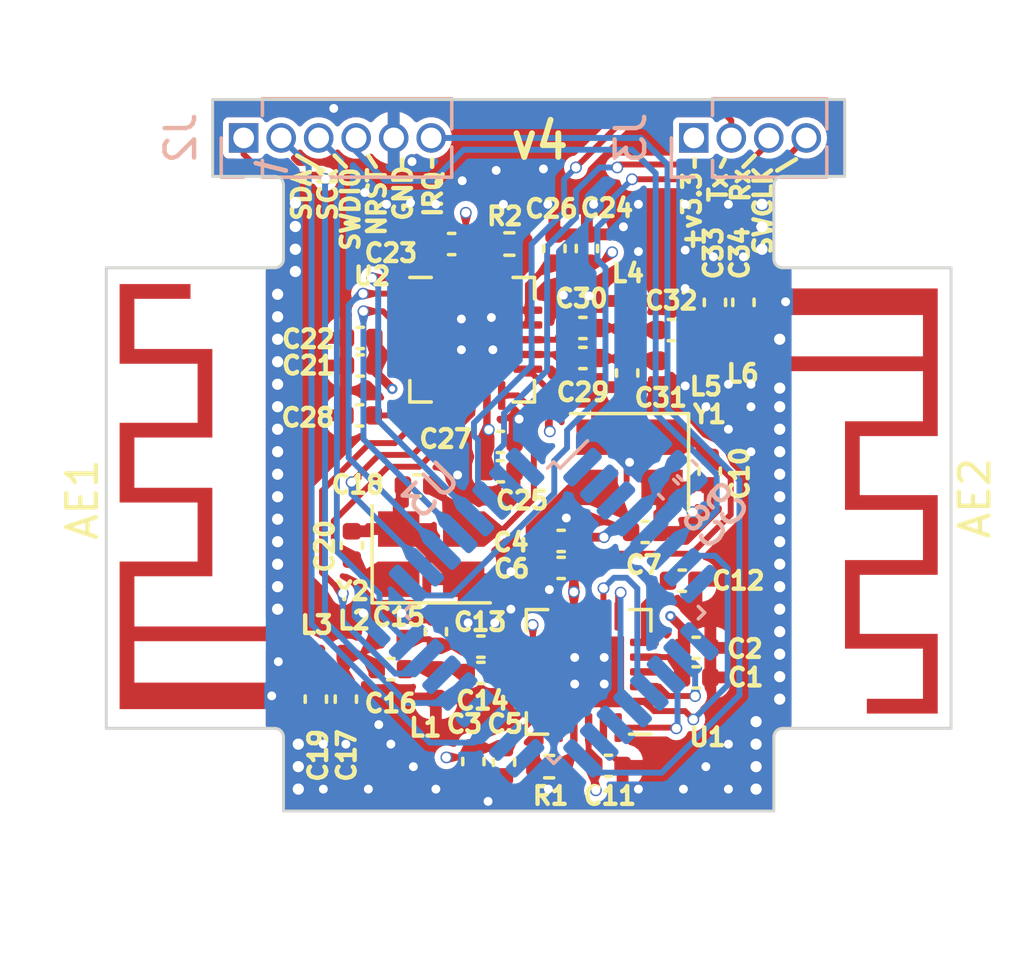
<source format=kicad_pcb>
(kicad_pcb (version 20221018) (generator pcbnew)
  (layers (0 "F.Cu" signal) (1 "In1.Cu" power) (2 "In2.Cu" mixed) (31 "B.Cu" signal) (34 "B.Paste" user) (35 "F.Paste" user) (36 "B.SilkS" user "B.Silkscreen") (37 "F.SilkS" user "F.Silkscreen") (38 "B.Mask" user) (39 "F.Mask" user) (44 "Edge.Cuts" user))
  (net 0 "")
  (net 1 "GND")
  (net 2 "Net-(AE1-A)")
  (net 3 "Net-(AE2-A)")
  (net 4 "Net-(C13-Pad1)")
  (net 5 "Net-(U1-XOSC_Q2)")
  (net 6 "Net-(C14-Pad1)")
  (net 7 "Net-(U1-XOSC_Q1)")
  (net 8 "Net-(C16-Pad2)")
  (net 9 "Net-(U1-RF_P)")
  (net 10 "Net-(U1-RF_N)")
  (net 11 "Net-(C29-Pad1)")
  (net 12 "Net-(U2-XOSC_Q2)")
  (net 13 "Net-(C30-Pad1)")
  (net 14 "Net-(U2-XOSC_Q1)")
  (net 15 "Net-(C32-Pad2)")
  (net 16 "SPI2_MOSI")
  (net 17 "SPI2_NSS")
  (net 18 "Net-(U2-RF_P)")
  (net 19 "VDD")
  (net 20 "NRST")
  (net 21 "SPI2_SCK")
  (net 22 "USART2_TX")
  (net 23 "USART2_RX")
  (net 24 "Net-(U2-RF_N)")
  (net 25 "SPI1_SCK")
  (net 26 "SPI1_MISO")
  (net 27 "SRR_IRQ")
  (net 28 "SPI1_NSS")
  (net 29 "I2C2_SCL")
  (net 30 "I2C2_SDA")
  (net 31 "SYS_SWDIO")
  (net 32 "Net-(U1-RBIAS)")
  (net 33 "SYS_SWCLK")
  (net 34 "SPI2_MISO")
  (net 35 "Net-(U2-RBIAS)")
  (net 37 "SPI1_MOSI")
  (net 38 "GD0_INT_2")
  (net 39 "GD0_INT_1")
  (net 53 "Net-(U1-DCOUPL)")
  (net 54 "Net-(U2-DCOUPL)")
  (footprint "Capacitor_SMD:C_0402_1005Metric" (layer "F.Cu") (at 123.4655 98.15 90)
    (fp_text reference "C5")
    (fp_text value "100nF")
  )
  (footprint "Capacitor_SMD:C_0402_1005Metric" (layer "F.Cu") (at 125.4 91.567)
    (fp_text reference "C6")
    (fp_text value "100nF")
  )
  (footprint "Capacitor_SMD:C_0402_1005Metric" (layer "F.Cu") (at 128.2446 90.3478 180)
    (fp_text reference "C7")
    (fp_text value "15pF")
  )
  (footprint "Capacitor_SMD:C_0402_1005Metric" (layer "F.Cu") (at 129.1336 83.5098)
    (fp_text reference "C32")
    (fp_text value "1pF")
  )
  (footprint "Inductor_SMD:L_0402_1005Metric" (layer "F.Cu") (at 131.108 83.9978 180)
    (fp_text reference "L6")
    (fp_text value "1.2nH")
  )
  (footprint "Capacitor_SMD:C_0402_1005Metric" (layer "F.Cu") (at 127.635 84.963 90)
    (fp_text reference "C31")
    (fp_text value "1pF")
  )
  (footprint "Inductor_SMD:L_0402_1005Metric" (layer "F.Cu") (at 129.1336 84.5512 180)
    (fp_text reference "L5")
    (fp_text value "1.2nH")
  )
  (footprint "Capacitor_SMD:C_0402_1005Metric" (layer "F.Cu") (at 120.523 88.773)
    (fp_text reference "C18")
    (fp_text value "15pF")
  )
  (footprint "Capacitor_SMD:C_0402_1005Metric" (layer "F.Cu") (at 121.158 93.726 -90)
    (fp_text reference "C15")
    (fp_text value "1pF")
  )
  (footprint "WiRoc:Texas_SWRA117D_2.4GHz_Right-TunedForWiroc" (layer "F.Cu") (at 133 84.65 -90)
    (fp_text reference "AE2")
    (fp_text value "Antenna_Shield")
  )
  (footprint "Package_DFN_QFN:Texas_S-PVQFN-N20_EP2.4x2.4mm" (layer "F.Cu") (at 122.3868 83.8358)
    (fp_text reference "U2")
    (fp_text value "CC2500")
  )
  (footprint "Capacitor_SMD:C_0402_1005Metric" (layer "F.Cu") (at 130.6068 82.57 -90)
    (fp_text reference "C33")
    (fp_text value "1.8pF")
  )
  (footprint "Capacitor_SMD:C_0402_1005Metric" (layer "F.Cu") (at 129.9718 94.2754 180)
    (fp_text reference "C2")
    (fp_text value "47pF")
  )
  (footprint "Capacitor_SMD:C_0402_1005Metric" (layer "F.Cu") (at 118.575 86.4)
    (fp_text reference "C28")
    (fp_text value "220pF")
  )
  (footprint "Capacitor_SMD:C_0402_1005Metric" (layer "F.Cu") (at 122.682 95.123)
    (fp_text reference "C14")
    (fp_text value "100pF")
  )
  (footprint "Package_DFN_QFN:Texas_S-PVQFN-N20_EP2.4x2.4mm" (layer "F.Cu") (at 126.33 95.088 180)
    (fp_text reference "U1")
    (fp_text value "CC2500")
  )
  (footprint "Inductor_SMD:L_0402_1005Metric" (layer "F.Cu") (at 119.634 93.98)
    (fp_text reference "L2")
    (fp_text value "1.2nH")
  )
  (footprint "Capacitor_SMD:C_0402_1005Metric" (layer "F.Cu") (at 118.5926 84.709)
    (fp_text reference "C21")
    (fp_text value "0.1uF")
  )
  (footprint "Capacitor_SMD:C_0402_1005Metric" (layer "F.Cu") (at 126.2712 80.7466 -90)
    (fp_text reference "C24")
    (fp_text value "220pF")
  )
  (footprint "Capacitor_SMD:C_0402_1005Metric" (layer "F.Cu") (at 123.3424 88.2904 180)
    (fp_text reference "C25")
    (fp_text value "220pF")
  )
  (footprint "Capacitor_SMD:C_0402_1005Metric" (layer "F.Cu") (at 118.3132 90.805 -90)
    (fp_text reference "C20")
    (fp_text value "15pF")
  )
  (footprint "Capacitor_SMD:C_0402_1005Metric" (layer "F.Cu") (at 117.094 96.012 90)
    (fp_text reference "C19")
    (fp_text value "1.5pF")
  )
  (footprint "Capacitor_SMD:C_0402_1005Metric" (layer "F.Cu") (at 129.9718 95.2754 180)
    (fp_text reference "C1")
    (fp_text value "100nF")
  )
  (footprint "Capacitor_SMD:C_0402_1005Metric" (layer "F.Cu") (at 129.5 92)
    (fp_text reference "C12")
    (fp_text value "220pF")
  )
  (footprint "Capacitor_SMD:C_0402_1005Metric" (layer "F.Cu") (at 127 98.2726 180)
    (fp_text reference "C11")
    (fp_text value "220pF")
  )
  (footprint "Capacitor_SMD:C_0402_1005Metric" (layer "F.Cu") (at 123.3424 87.2998 180)
    (fp_text reference "C27")
    (fp_text value "0.1uF")
  )
  (footprint "Capacitor_SMD:C_0402_1005Metric" (layer "F.Cu") (at 122.428 98.125 90)
    (fp_text reference "C3")
    (fp_text value "220pF")
  )
  (footprint "Capacitor_SMD:C_0402_1005Metric" (layer "F.Cu") (at 130.429 88.2904 90)
    (fp_text reference "C10")
    (fp_text value "15pF")
  )
  (footprint "Capacitor_SMD:C_0402_1005Metric" (layer "F.Cu") (at 126.1364 84.455 180)
    (fp_text reference "C29")
    (fp_text value "100pF")
  )
  (footprint "Capacitor_SMD:C_0402_1005Metric" (layer "F.Cu") (at 125.4 90.6526)
    (fp_text reference "C4")
    (fp_text value "220pF")
  )
  (footprint "Capacitor_SMD:C_0402_1005Metric" (layer "F.Cu") (at 119.634 94.996 180)
    (fp_text reference "C16")
    (fp_text value "1pF")
  )
  (footprint "Inductor_SMD:L_0402_1005Metric" (layer "F.Cu") (at 127.635 83.0072 90)
    (fp_text reference "L4")
    (fp_text value "1.2nH")
  )
  (footprint "Capacitor_SMD:C_0402_1005Metric" (layer "F.Cu") (at 126.1364 83.439 180)
    (fp_text reference "C30")
    (fp_text value "100pF")
  )
  (footprint "Capacitor_SMD:C_0402_1005Metric" (layer "F.Cu") (at 122.682 94.234)
    (fp_text reference "C13")
    (fp_text value "100pF")
  )
  (footprint "Crystal:Crystal_SMD_3225-4Pin_3.2x2.5mm" (layer "F.Cu") (at 127.71625 87.988154 180)
    (fp_text reference "Y1")
    (fp_text value "Crystal_GND24 Cload=10pF 26MHz")
  )
  (footprint "Capacitor_SMD:C_0402_1005Metric" (layer "F.Cu") (at 121.6914 80.5942)
    (fp_text reference "C23")
    (fp_text value "220pF")
  )
  (footprint "Resistor_SMD:R_0402_1005Metric" (layer "F.Cu") (at 123.6472 80.5942)
    (fp_text reference "R2")
    (fp_text value "56K 1%")
  )
  (footprint "Crystal:Crystal_SMD_3225-4Pin_3.2x2.5mm" (layer "F.Cu") (at 121 91.1)
    (fp_text reference "Y2")
    (fp_text value "Crystal_GND24 Cload=10pF 26MHz")
  )
  (footprint "Capacitor_SMD:C_0402_1005Metric" (layer "F.Cu") (at 125.1712 80.7466 -90)
    (fp_text reference "C26")
    (fp_text value "0.1uF")
  )
  (footprint "WiRoc:Texas_SWRA117D_2.4GHz_Right-TunedForWiroc" (layer "F.Cu") (at 115.6 93.8 90)
    (fp_text reference "AE1")
    (fp_text value "Antenna_Shield")
  )
  (footprint "Inductor_SMD:L_0402_1005Metric" (layer "F.Cu") (at 121.158 95.504 -90)
    (fp_text reference "L1")
    (fp_text value "1.2nH")
  )
  (footprint "Capacitor_SMD:C_0402_1005Metric" (layer "F.Cu") (at 118.11 96.012 90)
    (fp_text reference "C17")
    (fp_text value "1.8pF")
  )
  (footprint "Inductor_SMD:L_0402_1005Metric" (layer "F.Cu") (at 117.602 94.488)
    (fp_text reference "L3")
    (fp_text value "1.2nH")
  )
  (footprint "Capacitor_SMD:C_0402_1005Metric" (layer "F.Cu") (at 131.572 82.57 -90)
    (fp_text reference "C34")
    (fp_text value "1.5pF")
  )
  (footprint "Capacitor_SMD:C_0402_1005Metric" (layer "F.Cu") (at 118.5926 83.775)
    (fp_text reference "C22")
    (fp_text value "47pF")
  )
  (footprint "Resistor_SMD:R_0402_1005Metric" (layer "F.Cu") (at 124.9934 98.298 180)
    (fp_text reference "R1")
    (fp_text value "56K 1%")
  )
  (footprint "Capacitor_SMD:C_0402_1005Metric" (layer "B.Cu") (at 129.667 88.265 135)
    (fp_text reference "C9")
    (fp_text value "4.7nF")
  )
  (footprint "Connector_PinSocket_1.27mm:PinSocket_1x04_P1.27mm_Vertical" (layer "B.Cu") (at 129.89 77 -90)
    (fp_text reference "J3")
    (fp_text value "Conn_01x04")
  )
  (footprint "Package_QFP:LQFP-32_7x7mm_P0.8mm" (layer "B.Cu") (at 125.150357 93.081699 -135)
    (fp_text reference "U3")
    (fp_text value "STM32G071KxT")
  )
  (footprint "Capacitor_SMD:C_0402_1005Metric" (layer "B.Cu") (at 129.032 88.9 135)
    (fp_text reference "C8")
    (fp_text value "100nF")
  )
  (footprint "Connector_PinSocket_1.27mm:PinSocket_1x06_P1.27mm_Vertical" (layer "B.Cu") (at 114.65 77 -90)
    (fp_text reference "J2")
    (fp_text value "Conn_01x06")
  )
  (gr_line (start 116.078 78.105) (end 115.062 77.851) (stroke (width 0.15)) (layer "B.SilkS"))
  (gr_line (start 115.062 77.851) (end 116.078 78.105) (stroke (width 0.15)) (layer "F.SilkS"))
  (gr_line (start 130.937 77.724) (end 130.81 77.978) (stroke (width 0.15)) (layer "F.SilkS"))
  (gr_line (start 116.459 77.597) (end 117.348 78.105) (stroke (width 0.15)) (layer "F.SilkS"))
  (gr_line (start 129.921 77.724) (end 129.921 77.978) (stroke (width 0.15)) (layer "F.SilkS"))
  (gr_line (start 118.872 77.597) (end 119.126 77.978) (stroke (width 0.15)) (layer "F.SilkS"))
  (gr_line (start 117.729 77.597) (end 118.11 77.978) (stroke (width 0.15)) (layer "F.SilkS"))
  (gr_line (start 120.015 77.724) (end 120.015 77.978) (stroke (width 0.15)) (layer "F.SilkS"))
  (gr_line (start 121.031 77.724) (end 121.031 77.978) (stroke (width 0.15)) (layer "F.SilkS"))
  (gr_line (start 131.953 77.597) (end 131.572 77.978) (stroke (width 0.15)) (layer "F.SilkS"))
  (gr_line (start 133.35 77.724) (end 132.715 78.105) (stroke (width 0.15)) (layer "F.SilkS"))
  (gr_line (start 132.6 99.8) (end 132.6 97.3) (stroke (width 0.1)) (layer "Edge.Cuts"))
  (gr_line (start 138.6 81.4) (end 132.9 81.4) (stroke (width 0.1)) (layer "Edge.Cuts"))
  (gr_line (start 116 99.8) (end 132.6 99.8) (stroke (width 0.1)) (layer "Edge.Cuts"))
  (gr_arc (start 132.6 78.6) (mid 132.687868 78.387868) (end 132.9 78.3) (stroke (width 0.1)) (layer "Edge.Cuts"))
  (gr_line (start 132.9 97) (end 138.6 97) (stroke (width 0.1)) (layer "Edge.Cuts"))
  (gr_line (start 138.6 97) (end 138.6 81.4) (stroke (width 0.1)) (layer "Edge.Cuts"))
  (gr_line (start 132.6 81.1) (end 132.6 78.6) (stroke (width 0.1)) (layer "Edge.Cuts"))
  (gr_arc (start 115.7 78.3) (mid 115.912132 78.387868) (end 116 78.6) (stroke (width 0.1)) (layer "Edge.Cuts"))
  (gr_line (start 110 97) (end 115.7 97) (stroke (width 0.1)) (layer "Edge.Cuts"))
  (gr_line (start 132.9 78.3) (end 135 78.3) (stroke (width 0.1)) (layer "Edge.Cuts"))
  (gr_arc (start 115.7 97) (mid 115.912132 97.087868) (end 116 97.3) (stroke (width 0.1)) (layer "Edge.Cuts"))
  (gr_line (start 135 75.7) (end 113.6 75.7) (stroke (width 0.1)) (layer "Edge.Cuts"))
  (gr_arc (start 132.6 97.3) (mid 132.687868 97.087868) (end 132.9 97) (stroke (width 0.1)) (layer "Edge.Cuts"))
  (gr_line (start 135 78.3) (end 135 75.7) (stroke (width 0.1)) (layer "Edge.Cuts"))
  (gr_line (start 116 78.6) (end 116 81.1) (stroke (width 0.1)) (layer "Edge.Cuts"))
  (gr_line (start 115.7 78.3) (end 113.6 78.3) (stroke (width 0.1)) (layer "Edge.Cuts"))
  (gr_arc (start 116 81.1) (mid 115.912132 81.312132) (end 115.7 81.4) (stroke (width 0.1)) (layer "Edge.Cuts"))
  (gr_arc (start 132.9 81.4) (mid 132.687868 81.312132) (end 132.6 81.1) (stroke (width 0.1)) (layer "Edge.Cuts"))
  (gr_line (start 116 97.3) (end 116 99.8) (stroke (width 0.1)) (layer "Edge.Cuts"))
  (gr_line (start 110 81.4) (end 110 97) (stroke (width 0.1)) (layer "Edge.Cuts"))
  (gr_line (start 113.6 78.3) (end 113.6 75.7) (stroke (width 0.1)) (layer "Edge.Cuts"))
  (gr_line (start 115.7 81.4) (end 110 81.4) (stroke (width 0.1)) (layer "Edge.Cuts"))
  (gr_text "Rx" (at 131.826 79.248 90) (layer "F.SilkS") (effects (font (size 0.6 0.6) (thickness 0.15) bold) (justify left bottom)))
  (gr_text "Tx" (at 131.064 79.248 90) (layer "F.SilkS") (effects (font (size 0.6 0.6) (thickness 0.15) bold) (justify left bottom)))
  (gr_text "SWCLK" (at 132.588 81.026 90) (layer "F.SilkS") (effects (font (size 0.6 0.6) (thickness 0.15) bold) (justify left bottom)))
  (gr_text "GND" (at 120.396 79.883 90) (layer "F.SilkS") (effects (font (size 0.6 0.6) (thickness 0.15) bold) (justify left bottom)))
  (gr_text "+v3.3" (at 130.175 80.899 90) (layer "F.SilkS") (effects (font (size 0.6 0.6) (thickness 0.15) bold) (justify left bottom)))
  (gr_text "NRST" (at 119.507 80.391 90) (layer "F.SilkS") (effects (font (size 0.6 0.6) (thickness 0.15) bold) (justify left bottom)))
  (gr_text "IRQ" (at 121.412 79.756 90) (layer "F.SilkS") (effects (font (size 0.6 0.6) (thickness 0.15) bold) (justify left bottom)))
  (gr_text "SDA" (at 116.967 79.883 90) (layer "F.SilkS") (effects (font (size 0.6 0.6) (thickness 0.15) bold) (justify left bottom)))
  (gr_text "SCK" (at 117.856 79.883 90) (layer "F.SilkS") (effects (font (size 0.6 0.6) (thickness 0.15) bold) (justify left bottom)))
  (gr_text "v4" (at 123.6 77.8) (layer "F.SilkS") (effects (font (size 1.2 1.1) (thickness 0.2) bold) (justify left bottom)))
  (gr_text "SWDIO" (at 118.618 80.899 90) (layer "F.SilkS") (effects (font (size 0.6 0.6) (thickness 0.15) bold) (justify left bottom)))
  (segment (start 119.9 88.916) (end 120.043 88.773) (width 0.2) (layer "F.Cu") (net 1))
  (segment (start 123.3868 81.3646) (end 124.1572 80.5942) (width 0.2) (layer "F.Cu") (net 1))
  (segment (start 128.81625 90.25615) (end 128.7246 90.3478) (width 0.25) (layer "F.Cu") (net 1))
  (segment (start 125 90.6726) (end 125.02 90.6526) (width 0.2) (layer "F.Cu") (net 1))
  (segment (start 124.92 91.567) (end 124.92 92.22) (width 0.2) (layer "F.Cu") (net 1))
  (segment (start 125.02 90.6526) (end 125.02 90.43) (width 0.2) (layer "F.Cu") (net 1))
  (segment (start 128.81625 88.838154) (end 128.81625 90.25615) (width 0.25) (layer "F.Cu") (net 1))
  (segment (start 121.8868 81.2696) (end 121.2114 80.5942) (width 0.2) (layer "F.Cu") (net 1))
  (segment (start 120.15 90.25) (end 119.9 90.25) (width 0.25) (layer "F.Cu") (net 1))
  (segment (start 128.41625 88.71625) (end 128.41625 88.838154) (width 0.4) (layer "F.Cu") (net 1))
  (segment (start 123.8224 87.2998) (end 123.8224 88.2904) (width 0.2) (layer "F.Cu") (net 1))
  (segment (start 126.61625 87.138154) (end 126.71625 87.138154) (width 0.25) (layer "F.Cu") (net 1))
  (segment (start 126.71625 87.138154) (end 126.838154 87.138154) (width 0.4) (layer "F.Cu") (net 1))
  (segment (start 128.41625 88.838154) (end 128.81625 88.838154) (width 0.25) (layer "F.Cu") (net 1))
  (segment (start 125.02 90.43) (end 125.575 89.875) (width 0.2) (layer "F.Cu") (net 1))
  (segment (start 123.8224 86.677602) (end 123.975002 86.525) (width 0.2) (layer "F.Cu") (net 1))
  (segment (start 121.8868 81.9483) (end 121.8868 81.2696) (width 0.2) (layer "F.Cu") (net 1))
  (segment (start 126.83 97.6226) (end 126.83 96.9755) (width 0.2) (layer "F.Cu") (net 1))
  (segment (start 119.825 90.325) (end 119.9 90.25) (width 0.2) (layer "F.Cu") (net 1))
  (segment (start 127.48 98.2726) (end 126.83 97.6226) (width 0.2) (layer "F.Cu") (net 1))
  (segment (start 122.3776 88.9004) (end 121.8946 88.4174) (width 0.2) (layer "F.Cu") (net 1))
  (segment (start 123.4405 98.605) (end 123.4655 98.63) (width 0.2) (layer "F.Cu") (net 1))
  (segment (start 123.8224 87.2998) (end 123.8224 86.677602) (width 0.2) (layer "F.Cu") (net 1))
  (segment (start 121.85 91.95) (end 120.15 90.25) (width 0.4) (layer "F.Cu") (net 1))
  (segment (start 118.3132 90.325) (end 119.825 90.325) (width 0.2) (layer "F.Cu") (net 1))
  (segment (start 124.92 92.22) (end 125 92.3) (width 0.2) (layer "F.Cu") (net 1))
  (segment (start 125 91.547) (end 125 90.6726) (width 0.2) (layer "F.Cu") (net 1))
  (segment (start 123.3868 81.9483) (end 123.3868 82.8358) (width 0.25) (layer "F.Cu") (net 1))
  (segment (start 119.9 90.25) (end 119.9 88.916) (width 0.2) (layer "F.Cu") (net 1))
  (segment (start 125.33 96.9755) (end 125.33 96.028596) (width 0.2) (layer "F.Cu") (net 1))
  (segment (start 123.2124 88.9004) (end 122.3776 88.9004) (width 0.2) (layer "F.Cu") (net 1))
  (segment (start 123.8224 88.2904) (end 123.2124 88.9004) (width 0.2) (layer "F.Cu") (net 1))
  (segment (start 122.1 91.95) (end 121.85 91.95) (width 0.25) (layer "F.Cu") (net 1))
  (segment (start 126.83 95.528596) (end 126.85875 95.499846) (width 0.2) (layer "F.Cu") (net 1))
  (segment (start 123.3868 81.9483) (end 123.3868 81.3646) (width 0.2) (layer "F.Cu") (net 1))
  (segment (start 125.33 96.028596) (end 125.85875 95.499846) (width 0.2) (layer "F.Cu") (net 1))
  (segment (start 122.428 98.605) (end 123.4405 98.605) (width 0.2) (layer "F.Cu") (net 1))
  (segment (start 126.83 96.9755) (end 126.83 95.528596) (width 0.2) (layer "F.Cu") (net 1))
  (segment (start 126.838154 87.138154) (end 128.41625 88.71625) (width 0.4) (layer "F.Cu") (net 1))
  (via (at 115.8 83.82) (size 0.5) (drill 0.38) (layers "F.Cu" "B.Cu") (net 1))
  (via (at 132.2 80.772) (size 0.5) (drill 0.38) (layers "F.Cu" "B.Cu") (net 1))
  (via (at 129.6 85.4) (size 0.5) (drill 0.3) (layers "F.Cu" "B.Cu") (net 1))
  (via (at 122.0216 83.1342) (size 0.5) (drill 0.3) (layers "F.Cu" "B.Cu") (net 1))
  (via (at 122.25 93.425) (size 0.5) (drill 0.3) (layers "F.Cu" "B.Cu") (net 1))
  (via (at 129.54 99.06) (size 0.5) (drill 0.3) (layers "F.Cu" "B.Cu") (net 1))
  (via (at 132 98.298) (size 0.5) (drill 0.38) (layers "F.Cu" "B.Cu") (net 1))
  (via (at 125 92.3) (size 0.4) (drill 0.3) (layers "F.Cu" "B.Cu") (net 1))
  (via (at 125.85875 95.499846) (size 0.5) (drill 0.3) (layers "F.Cu" "B.Cu") (net 1))
  (via (at 115.8 88.392) (size 0.5) (drill 0.38) (layers "F.Cu" "B.Cu") (net 1))
  (via (at 131.572 81.026) (size 0.5) (drill 0.3) (layers "F.Cu" "B.Cu") (net 1))
  (via (at 132.2 79.248) (size 0.5) (drill 0.38) (layers "F.Cu" "B.Cu") (net 1))
  (via (at 115.8 87.63) (size 0.5) (drill 0.38) (layers "F.Cu" "B.Cu") (net 1))
  (via (at 120.396 98.298) (size 0.5) (drill 0.3) (layers "F.Cu" "B.Cu") (net 1))
  (via (at 129.6 80.8) (size 0.5) (drill 0.3) (layers "F.Cu" "B.Cu") (net 1))
  (via (at 121.158 99.06) (size 0.5) (drill 0.3) (layers "F.Cu" "B.Cu") (net 1))
  (via (at 115.8 84.582) (size 0.5) (drill 0.38) (layers "F.Cu" "B.Cu") (net 1))
  (via (at 132.8 86.106) (size 0.5) (drill 0.38) (layers "F.Cu" "B.Cu") (net 1))
  (via (at 115.8 83.058) (size 0.5) (drill 0.38) (layers "F.Cu" "B.Cu") (net 1))
  (via (at 121.8946 88.4174) (size 0.4) (drill 0.3) (layers "F.Cu" "B.Cu") (net 1))
  (via (at 132.8 88.392) (size 0.5) (drill 0.38) (layers "F.Cu" "B.Cu") (net 1))
  (via (at 124.968 99.06) (size 0.5) (drill 0.3) (layers "F.Cu" "B.Cu") (net 1))
  (via (at 116.5 97.536) (size 0.5) (drill 0.38) (layers "F.Cu" "B.Cu") (net 1))
  (via (at 116.4 80.772) (size 0.5) (drill 0.38) (layers "F.Cu" "B.Cu") (net 1))
  (via (at 115.8 85.344) (size 0.5) (drill 0.38) (layers "F.Cu" "B.Cu") (net 1))
  (via (at 118.75 78.85) (size 0.5) (drill 0.3) (layers "F.Cu" "B.Cu") (net 1))
  (via (at 115.8 89.916) (size 0.5) (drill 0.38) (layers "F.Cu" "B.Cu") (net 1))
  (via (at 131.826 86.106) (size 0.5) (drill 0.3) (layers "F.Cu" "B.Cu") (net 1))
  (via (at 120.35 77.8) (size 0.5) (drill 0.3) (layers "F.Cu" "B.Cu") (net 1))
  (via (at 115.8 92.964) (size 0.5) (drill 0.38) (layers "F.Cu" "B.Cu") (net 1))
  (via (at 123.0884 84.1756) (size 0.5) (drill 0.3) (layers "F.Cu" "B.Cu") (net 1))
  (via (at 131.064 85.344) (size 0.5) (drill 0.3) (layers "F.Cu" "B.Cu") (net 1))
  (via (at 118.7 93.1) (size 0.5) (drill 0.3) (layers "F.Cu" "B.Cu") (net 1))
  (via (at 130.556 81.026) (size 0.5) (drill 0.3) (layers "F.Cu" "B.Cu") (net 1))
  (via (at 132.8 95.25) (size 0.5) (drill 0.38) (layers "F.Cu" "B.Cu") (net 1))
  (via (at 117.7 76) (size 0.5) (drill 0.3) (layers "F.Cu" "B.Cu") (net 1))
  (via (at 130.302 86.106) (size 0.5) (drill 0.3) (layers "F.Cu" "B.Cu") (net 1))
  (via (at 132 97.536) (size 0.5) (drill 0.38) (layers "F.Cu" "B.Cu") (net 1))
  (via (at 116.4 80) (size 0.5) (drill 0.38) (layers "F.Cu" "B.Cu") (net 1))
  (via (at 115.8 86.106) (size 0.5) (drill 0.38) (layers "F.Cu" "B.Cu") (net 1))
  (via (at 123.698 92.964) (size 0.5) (drill 0.3) (layers "F.Cu" "B.Cu") (net 1))
  (via (at 123.15 93.425) (size 0.5) (drill 0.3) (layers "F.Cu" "B.Cu") (net 1))
  (via (at 132.8 87.63) (size 0.5) (drill 0.38) (layers "F.Cu" "B.Cu") (net 1))
  (via (at 126.85875 95.499846) (size 0.5) (drill 0.3) (layers "F.Cu" "B.Cu") (net 1))
  (via (at 127.71625 87.988154) (size 0.4) (drill 0.3) (layers "F.Cu" "B.Cu") (net 1))
  (via (at 123.698 91.694) (size 0.5) (drill 0.3) (layers "F.Cu" "B.Cu") (net 1))
  (via (at 132.8 89.154) (size 0.5) (drill 0.38) (layers "F.Cu" "B.Cu") (net 1))
  (via (at 115.824 94.742) (size 0.5) (drill 0.3) (layers "F.Cu" "B.Cu") (net 1))
  (via (at 129.6 79.248) (size 0.5) (drill 0.3) (layers "F.Cu" "B.Cu") (net 1))
  (via (at 131.826 85.344) (size 0.5) (drill 0.3) (layers "F.Cu" "B.Cu") (net 1))
  (via (at 118.872 99.06) (size 0.5) (drill 0.3) (layers "F.Cu" "B.Cu") (net 1))
  (via (at 132.8 89.916) (size 0.5) (drill 0.38) (layers "F.Cu" "B.Cu") (net 1))
  (via (at 116.5 99.06) (size 0.5) (drill 0.38) (layers "F.Cu" "B.Cu") (net 1))
  (via (at 117.348 99.06) (size 0.5) (drill 0.3) (layers "F.Cu" "B.Cu") (net 1))
  (via (at 131.064 99.06) (size 0.5) (drill 0.3) (layers "F.Cu" "B.Cu") (net 1))
  (via (at 129.6 82.1) (size 0.5) (drill 0.3) (layers "F.Cu" "B.Cu") (net 1))
  (via (at 115.8 89.154) (size 0.5) (drill 0.38) (layers "F.Cu" "B.Cu") (net 1))
  (via (at 116.4 81.525) (size 0.5) (drill 0.38) (layers "F.Cu" "B.Cu") (net 1))
  (via (at 126.35 82.35) (size 0.5) (drill 0.3) (layers "F.Cu" "B.Cu") (net 1))
  (via (at 131.064 97.536) (size 0.5) (drill 0.3) (layers "F.Cu" "B.Cu") (net 1))
  (via (at 119.488381 79.248) (size 0.5) (drill 0.3) (layers "F.Cu" "B.Cu") (net 1))
  (via (at 126.5 79.248) (size 0.5) (drill 0.3) (layers "F.Cu" "B.Cu") (net 1))
  (via (at 116.5 98.298) (size 0.5) (drill 0.38) (layers "F.Cu" "B.Cu") (net 1))
  (via (at 120 93.1) (size 0.5) (drill 0.3) (layers "F.Cu" "B.Cu") (net 1))
  (via (at 132.8 90.678) (size 0.5) (drill 0.38) (layers "F.Cu" "B.Cu") (net 1))
  (via (at 118.11 97.536) (size 0.5) (drill 0.3) (layers "F.Cu" "B.Cu") (net 1))
  (via (at 121.158 79.248) (size 0.5) (drill 0.3) (layers "F.Cu" "B.Cu") (net 1))
  (via (at 124.95 79.248) (size 0.5) (drill 0.3) (layers "F.Cu" "B.Cu") (net 1))
  (via (at 131.064 86.868) (size 0.5) (drill 0.3) (layers "F.Cu" "B.Cu") (net 1))
  (via (at 115.8 91.44) (size 0.5) (drill 0.38) (layers "F.Cu" "B.Cu") (net 1))
  (via (at 124.8 78.05) (size 0.5) (drill 0.3) (layers "F.Cu" "B.Cu") (net 1))
  (via (at 115.8 86.868) (size 0.5) (drill 0.38) (layers "F.Cu" "B.Cu") (net 1))
  (via (at 132.8 85.475) (size 0.5) (drill 0.38) (layers "F.Cu" "B.Cu") (net 1))
  (via (at 132.8 86.868) (size 0.5) (drill 0.38) (layers "F.Cu" "B.Cu") (net 1))
  (via (at 132.2 80.01) (size 0.5) (drill 0.38) (layers "F.Cu" "B.Cu") (net 1))
  (via (at 132.8 94.488) (size 0.5) (drill 0.38) (layers "F.Cu" "B.Cu") (net 1))
  (via (at 132 99.06) (size 0.5) (drill 0.38) (layers "F.Cu" "B.Cu") (net 1))
  (via (at 123.975002 86.525) (size 0.4) (drill 0.3) (layers "F.Cu" "B.Cu") (net 1))
  (via (at 119.634 97.536) (size 0.5) (drill 0.3) (layers "F.Cu" "B.Cu") (net 1))
  (via (at 132 96.774) (size 0.5) (drill 0.38) (layers "F.Cu" "B.Cu") (net 1))
  (via (at 122.05 78.45) (size 0.5) (drill 0.3) (layers "F.Cu" "B.Cu") (net 1))
  (via (at 131.826 87.63) (size 0.5) (drill 0.3) (layers "F.Cu" "B.Cu") (net 1))
  (via (at 123.0376 83.0834) (size 0.5) (drill 0.3) (layers "F.Cu" "B.Cu") (net 1))
  (via (at 115.8 90.678) (size 0.5) (drill 0.38) (layers "F.Cu" "B.Cu") (net 1))
  (via (at 122.925 99.475) (size 0.5) (drill 0.3) (layers "F.Cu" "B.Cu") (net 1))
  (via (at 125.575 89.875) (size 0.4) (drill 0.3) (layers "F.Cu" "B.Cu") (net 1))
  (via (at 120.3 79.2) (size 0.5) (drill 0.3) (layers "F.Cu" "B.Cu") (net 1))
  (via (at 132.8 92.202) (size 0.5) (drill 0.38) (layers "F.Cu" "B.Cu") (net 1))
  (via (at 125.85875 94.599846) (size 0.5) (drill 0.3) (layers "F.Cu" "B.Cu") (net 1))
  (via (at 119.225 96.875) (size 0.5) (drill 0.3) (layers "F.Cu" "B.Cu") (net 1))
  (via (at 128.016 80.8482) (size 0.5) (drill 0.3) (layers "F.Cu" "B.Cu") (net 1))
  (via (at 130.3 98.298) (size 0.5) (drill 0.3) (layers "F.Cu" "B.Cu") (net 1))
  (via (at 123.2 78.1) (size 0.5) (drill 0.3) (layers "F.Cu" "B.Cu") (net 1))
  (via (at 127.508 80.01) (size 0.5) (drill 0.3) (layers "F.Cu" "B.Cu") (net 1))
  (via (at 129.85 89.675) (size 0.4) (drill 0.3) (layers "F.Cu" "B.Cu") (net 1))
  (via (at 132.8 93.726) (size 0.5) (drill 0.38) (layers "F.Cu" "B.Cu") (net 1))
  (via (at 123.444 79.248) (size 0.5) (drill 0.3) (layers "F.Cu" "B.Cu") (net 1))
  (via (at 125.475 82.325) (size 0.5) (drill 0.3) (layers "F.Cu" "B.Cu") (net 1))
  (via (at 122.0216 84.1756) (size 0.5) (drill 0.3) (layers "F.Cu" "B.Cu") (net 1))
  (via (at 126.85875 94.599846) (size 0.5) (drill 0.3) (layers "F.Cu" "B.Cu") (net 1))
  (via (at 132.8 83.82) (size 0.5) (drill 0.38) (layers "F.Cu" "B.Cu") (net 1))
  (via (at 131.064 79.248) (size 0.5) (drill 0.3) (layers "F.Cu" "B.Cu") (net 1))
  (via (at 132.8 96.012) (size 0.5) (drill 0.38) (layers "F.Cu" "B.Cu") (net 1))
  (via (at 115.8 82.296) (size 0.5) (drill 0.38) (layers "F.Cu" "B.Cu") (net 1))
  (via (at 128.016 79.248) (size 0.5) (drill 0.3) (layers "F.Cu" "B.Cu") (net 1))
  (via (at 128.016 99.06) (size 0.5) (drill 0.3) (layers "F.Cu" "B.Cu") (net 1))
  (via (at 117.348 97.536) (size 0.5) (drill 0.3) (layers "F.Cu" "B.Cu") (net 1))
  (via (at 115.8 92.202) (size 0.5) (drill 0.38) (layers "F.Cu" "B.Cu") (net 1))
  (via (at 132.8 91.44) (size 0.5) (drill 0.38) (layers "F.Cu" "B.Cu") (net 1))
  (via (at 116.4 79.2) (size 0.5) (drill 0.38) (layers "F.Cu" "B.Cu") (net 1))
  (via (at 132.8 92.964) (size 0.5) (drill 0.38) (layers "F.Cu" "B.Cu") (net 1))
  (segment (start 129.371411 89.426331) (end 128.385371 90.412371) (width 0.2) (layer "B.Cu") (net 1))
  (segment (start 129.371411 89.239411) (end 129.371411 89.426331) (width 0.2) (layer "B.Cu") (net 1))
  (segment (start 130.006411 88.604411) (end 129.371411 89.239411) (width 0.2) (layer "B.Cu") (net 1))
  (segment (start 129.371411 89.239411) (end 129.807 89.675) (width 0.2) (layer "B.Cu") (net 1))
  (segment (start 129.807 89.675) (end 129.85 89.675) (width 0.2) (layer "B.Cu") (net 1))
  (segment (start 117.117 94.488) (end 117.117 95.509) (width 0.2) (layer "F.Cu") (net 2))
  (segment (start 117.088 94.488) (end 116.692893 94.092893) (width 0.35) (layer "F.Cu") (net 2))
  (segment (start 117.117 95.509) (end 117.094 95.532) (width 0.2) (layer "F.Cu") (net 2))
  (segment (start 115.985786 93.8) (end 115.6 93.8) (width 0.35) (layer "F.Cu") (net 2))
  (segment (start 117.117 94.488) (end 117.094 94.488) (width 0.2) (layer "F.Cu") (net 2))
  (segment (start 117.117 94.488) (end 117.088 94.488) (width 0.37) (layer "F.Cu") (net 2))
  (arc (start 115.985786 93.8) (mid 116.368469 93.87612) (end 116.692893 94.092893) (width 0.35) (layer "F.Cu") (net 2))
  (segment (start 131.572 83.9768) (end 131.593 83.9978) (width 0.2) (layer "F.Cu") (net 3))
  (segment (start 131.572 83.05) (end 131.572 83.9768) (width 0.2) (layer "F.Cu") (net 3))
  (segment (start 131.593 83.9978) (end 131.5974 83.9978) (width 0.2) (layer "F.Cu") (net 3))
  (segment (start 131.5978 83.9978) (end 131.957107 84.357107) (width 0.35) (layer "F.Cu") (net 3))
  (segment (start 132.664214 84.65) (end 133 84.65) (width 0.35) (layer "F.Cu") (net 3))
  (segment (start 131.593 83.9978) (end 131.5978 83.9978) (width 0.37) (layer "F.Cu") (net 3))
  (arc (start 131.957107 84.357107) (mid 132.28153 84.57388) (end 132.664214 84.65) (width 0.35) (layer "F.Cu") (net 3))
  (segment (start 121.158 94.206) (end 122.174 94.206) (width 0.2) (layer "F.Cu") (net 4))
  (segment (start 122.174 94.206) (end 122.202 94.234) (width 0.2) (layer "F.Cu") (net 4))
  (segment (start 120.932 93.98) (end 121.158 94.206) (width 0.2) (layer "F.Cu") (net 4))
  (segment (start 120.119 93.98) (end 120.932 93.98) (width 0.2) (layer "F.Cu") (net 4))
  (segment (start 125.661846 88.838154) (end 124.3 90.2) (width 0.2) (layer "F.Cu") (net 5))
  (segment (start 127.7646 90.3478) (end 127.7646 89.986504) (width 0.2) (layer "F.Cu") (net 5))
  (segment (start 126.61625 88.838154) (end 125.661846 88.838154) (width 0.2) (layer "F.Cu") (net 5))
  (segment (start 124.3 90.2) (end 124.3 92.1705) (width 0.2) (layer "F.Cu") (net 5))
  (segment (start 124.3 92.1705) (end 125.33 93.2005) (width 0.2) (layer "F.Cu") (net 5))
  (segment (start 127.7646 89.986504) (end 126.61625 88.838154) (width 0.2) (layer "F.Cu") (net 5))
  (segment (start 121.158 95.019) (end 121.971 95.019) (width 0.2) (layer "F.Cu") (net 6))
  (segment (start 120.114 94.996) (end 121.135 94.996) (width 0.2) (layer "F.Cu") (net 6))
  (segment (start 121.135 94.996) (end 121.158 95.019) (width 0.2) (layer "F.Cu") (net 6))
  (segment (start 121.971 95.019) (end 122.202 95.25) (width 0.2) (layer "F.Cu") (net 6))
  (segment (start 131.1402 89.7598) (end 129.8156 91.0844) (width 0.2) (layer "F.Cu") (net 7))
  (segment (start 128.81625 87.138154) (end 129.756754 87.138154) (width 0.2) (layer "F.Cu") (net 7))
  (segment (start 131.1402 88.5216) (end 131.1402 89.7598) (width 0.2) (layer "F.Cu") (net 7))
  (segment (start 129.8156 91.0844) (end 127.0156 91.0844) (width 0.2) (layer "F.Cu") (net 7))
  (segment (start 126.33 92.053134) (end 126.33 93.2005) (width 0.2) (layer "F.Cu") (net 7))
  (segment (start 127.0156 91.0844) (end 126.5 91.6) (width 0.2) (layer "F.Cu") (net 7))
  (segment (start 126.5 91.883134) (end 126.33 92.053134) (width 0.2) (layer "F.Cu") (net 7))
  (segment (start 126.5 91.6) (end 126.5 91.883134) (width 0.2) (layer "F.Cu") (net 7))
  (segment (start 129.756754 87.138154) (end 130.429 87.8104) (width 0.2) (layer "F.Cu") (net 7))
  (segment (start 130.429 87.8104) (end 131.1402 88.5216) (width 0.2) (layer "F.Cu") (net 7))
  (segment (start 118.087 94.488) (end 118.646 94.488) (width 0.2) (layer "F.Cu") (net 8))
  (segment (start 118.087 95.509) (end 118.11 95.532) (width 0.2) (layer "F.Cu") (net 8))
  (segment (start 118.087 94.488) (end 118.087 95.509) (width 0.2) (layer "F.Cu") (net 8))
  (segment (start 118.087 94.488) (end 118.641 94.488) (width 0.2) (layer "F.Cu") (net 8))
  (segment (start 118.641 94.488) (end 119.149 93.98) (width 0.2) (layer "F.Cu") (net 8))
  (segment (start 118.646 94.488) (end 119.154 94.996) (width 0.2) (layer "F.Cu") (net 8))
  (segment (start 123.162 94.234) (end 123.205254 94.234) (width 0.2) (layer "F.Cu") (net 9))
  (segment (start 123.205254 94.234) (end 123.560854 94.5896) (width 0.2) (layer "F.Cu") (net 9))
  (segment (start 123.560854 94.5896) (end 124.4409 94.5896) (width 0.2) (layer "F.Cu") (net 9))
  (segment (start 124.4409 94.5896) (end 124.4425 94.588) (width 0.2) (layer "F.Cu") (net 9))
  (segment (start 123.197 95.088) (end 123.162 95.123) (width 0.2) (layer "F.Cu") (net 10))
  (segment (start 124.4425 95.088) (end 123.197 95.088) (width 0.2) (layer "F.Cu") (net 10))
  (segment (start 128.5804 84.483) (end 128.6486 84.5512) (width 0.2) (layer "F.Cu") (net 11))
  (segment (start 127.635 84.483) (end 128.5804 84.483) (width 0.2) (layer "F.Cu") (net 11))
  (segment (start 126.6444 84.483) (end 126.6164 84.455) (width 0.2) (layer "F.Cu") (net 11))
  (segment (start 127.635 84.483) (end 126.6444 84.483) (width 0.2) (layer "F.Cu") (net 11))
  (segment (start 124.475 86.832107) (end 124.475 89.2152) (width 0.2) (layer "F.Cu") (net 12))
  (segment (start 124.55 86.757107) (end 124.475 86.832107) (width 0.2) (layer "F.Cu") (net 12))
  (segment (start 122.1 90.25) (end 122.1 89.87) (width 0.25) (layer "F.Cu") (net 12))
  (segment (start 124.55 86.342893) (end 124.55 86.757107) (width 0.2) (layer "F.Cu") (net 12))
  (segment (start 123.3868 85.7233) (end 123.930407 85.7233) (width 0.2) (layer "F.Cu") (net 12))
  (segment (start 122.1 89.87) (end 121.003 88.773) (width 0.25) (layer "F.Cu") (net 12))
  (segment (start 123.4402 90.25) (end 122.1 90.25) (width 0.2) (layer "F.Cu") (net 12))
  (segment (start 123.930407 85.7233) (end 124.55 86.342893) (width 0.2) (layer "F.Cu") (net 12))
  (segment (start 124.475 89.2152) (end 123.4402 90.25) (width 0.2) (layer "F.Cu") (net 12))
  (segment (start 126.6164 83.439) (end 127.5818 83.439) (width 0.2) (layer "F.Cu") (net 13))
  (segment (start 128.636 83.4922) (end 128.6536 83.5098) (width 0.2) (layer "F.Cu") (net 13))
  (segment (start 127.635 83.4922) (end 128.636 83.4922) (width 0.2) (layer "F.Cu") (net 13))
  (segment (start 127.5818 83.439) (end 127.635 83.4922) (width 0.2) (layer "F.Cu") (net 13))
  (segment (start 118.3132 91.257254) (end 118.3132 91.285) (width 0.2) (layer "F.Cu") (net 14))
  (segment (start 117.7032 89.9718) (end 117.7032 90.647254) (width 0.2) (layer "F.Cu") (net 14))
  (segment (start 119.9 91.95) (end 118.9782 91.95) (width 0.2) (layer "F.Cu") (net 14))
  (segment (start 118.9782 91.95) (end 118.3132 91.285) (width 0.2) (layer "F.Cu") (net 14))
  (segment (start 119.537 88.138) (end 117.7032 89.9718) (width 0.2) (layer "F.Cu") (net 14))
  (segment (start 122.3868 86.349648) (end 120.598448 88.138) (width 0.2) (layer "F.Cu") (net 14))
  (segment (start 117.7032 90.647254) (end 118.3132 91.257254) (width 0.2) (layer "F.Cu") (net 14))
  (segment (start 122.3868 85.7233) (end 122.3868 86.349648) (width 0.2) (layer "F.Cu") (net 14))
  (segment (start 120.598448 88.138) (end 119.537 88.138) (width 0.2) (layer "F.Cu") (net 14))
  (segment (start 130.172 83.9978) (end 130.623 83.9978) (width 0.2) (layer "F.Cu") (net 15))
  (segment (start 129.6136 83.5098) (end 129.6136 83.5126) (width 0.2) (layer "F.Cu") (net 15))
  (segment (start 129.6136 83.5126) (end 130.0988 83.9978) (width 0.2) (layer "F.Cu") (net 15))
  (segment (start 130.623 83.9978) (end 130.623 83.0662) (width 0.2) (layer "F.Cu") (net 15))
  (segment (start 129.6186 84.5512) (end 130.172 83.9978) (width 0.2) (layer "F.Cu") (net 15))
  (segment (start 130.0988 83.9978) (end 130.623 83.9978) (width 0.2) (layer "F.Cu") (net 15))
  (segment (start 130.623 83.0662) (end 130.6068 83.05) (width 0.2) (layer "F.Cu") (net 15))
  (segment (start 129.275498 96.9755) (end 129.300002 97.000004) (width 0.2) (layer "F.Cu") (net 16))
  (segment (start 127.33 96.9755) (end 129.275498 96.9755) (width 0.2) (layer "F.Cu") (net 16))
  (via (at 129.300002 97.000004) (size 0.4) (drill 0.3) (layers "F.Cu" "B.Cu") (net 16))
  (segment (start 129.340701 96.959305) (end 129.300002 97.000004) (width 0.2) (layer "B.Cu") (net 16))
  (segment (start 128.951056 95.185342) (end 129.340701 95.574987) (width 0.2) (layer "B.Cu") (net 16))
  (segment (start 129.340701 95.574987) (end 129.340701 96.959305) (width 0.2) (layer "B.Cu") (net 16))
  (segment (start 126.832598 92.391541) (end 126.83 92.394139) (width 0.2) (layer "F.Cu") (net 17))
  (segment (start 126.83 92.394139) (end 126.83 93.2005) (width 0.2) (layer "F.Cu") (net 17))
  (segment (start 126.832598 92.25647) (end 126.832598 92.391541) (width 0.2) (layer "F.Cu") (net 17))
  (via (at 126.832598 92.25647) (size 0.4) (drill 0.3) (layers "F.Cu" "B.Cu") (net 17))
  (segment (start 127.978123 95.343779) (end 128.385371 95.751027) (width 0.2) (layer "B.Cu") (net 17))
  (segment (start 127.189068 91.9) (end 127.617773 91.9) (width 0.2) (layer "B.Cu") (net 17))
  (segment (start 127.617773 91.9) (end 127.978123 92.26035) (width 0.2) (layer "B.Cu") (net 17))
  (segment (start 127.978123 92.26035) (end 127.978123 95.343779) (width 0.2) (layer "B.Cu") (net 17))
  (segment (start 126.832598 92.25647) (end 127.189068 91.9) (width 0.2) (layer "B.Cu") (net 17))
  (segment (start 125.5372 84.3358) (end 125.6564 84.455) (width 0.2) (layer "F.Cu") (net 18))
  (segment (start 124.2743 84.3358) (end 125.5372 84.3358) (width 0.2) (layer "F.Cu") (net 18))
  (segment (start 122.8624 86.970715) (end 122.948745 86.88437) (width 0.2) (layer "F.Cu") (net 19))
  (segment (start 125.015174 85.576674) (end 125.015174 86.940446) (width 0.2) (layer "F.Cu") (net 19))
  (segment (start 119.0726 84.709) (end 119.0726 84.8916) (width 0.3) (layer "F.Cu") (net 19))
  (segment (start 122.0878 97.9852) (end 121.5136 97.9852) (width 0.2) (layer "F.Cu") (net 19))
  (segment (start 126.774 81.2266) (end 127.127 80.8736) (width 0.2) (layer "F.Cu") (net 19))
  (segment (start 126.2712 81.2266) (end 126.774 81.2266) (width 0.2) (layer "F.Cu") (net 19))
  (segment (start 124.4425 96.693) (end 123.4655 97.67) (width 0.2) (layer "F.Cu") (net 19))
  (segment (start 122.1714 80.5942) (end 122.1714 79.5354) (width 0.2) (layer "F.Cu") (net 19))
  (segment (start 126.1076 90.525) (end 125.98 90.6526) (width 0.3) (layer "F.Cu") (net 19))
  (segment (start 125.83 91.876) (end 125.83 92.3798) (width 0.3) (layer "F.Cu") (net 19))
  (segment (start 122.8868 85.7233) (end 122.8868 87.2754) (width 0.25) (layer "F.Cu") (net 19))
  (segment (start 124.4425 96.088) (end 124.4425 96.693) (width 0.2) (layer "F.Cu") (net 19))
  (segment (start 126.012 91.694) (end 125.83 91.876) (width 0.3) (layer "F.Cu") (net 19))
  (segment (start 129.1 93.2) (end 129.5 93.6) (width 0.3) (layer "F.Cu") (net 19))
  (segment (start 124.4425 96.088) (end 124.4425 95.588) (width 0.2) (layer "F.Cu") (net 19))
  (segment (start 124.2743 84.8358) (end 125.015174 85.576674) (width 0.2) (layer "F.Cu") (net 19))
  (segment (start 122.8624 87.2998) (end 122.8624 86.970715) (width 0.2) (layer "F.Cu") (net 19))
  (segment (start 129.1792 94.588) (end 129.4918 94.2754) (width 0.2) (layer "F.Cu") (net 19))
  (segment (start 122.453 97.67) (end 122.428 97.645) (width 0.2) (layer "F.Cu") (net 19))
  (segment (start 120.4993 84.3358) (end 119.4458 84.3358) (width 0.2) (layer "F.Cu") (net 19))
  (segment (start 125.83 93.2005) (end 125.83 92.3798) (width 0.25) (layer "F.Cu") (net 19))
  (segment (start 124.2743 81.9737) (end 124.2743 82.8358) (width 0.2) (layer "F.Cu") (net 19))
  (segment (start 126.52 98.2726) (end 126.52 99.045) (width 0.2) (layer "F.Cu") (net 19))
  (segment (start 119.1994 84.8358) (end 119.0726 84.709) (width 0.2) (layer "F.Cu") (net 19))
  (segment (start 129.5 94.2672) (end 129.4918 94.2754) (width 0.3) (layer "F.Cu") (net 19))
  (segment (start 128.2175 94.588) (end 129.1792 94.588) (width 0.2) (layer "F.Cu") (net 19))
  (segment (start 125.0214 81.2266) (end 124.2743 81.9737) (width 0.2) (layer "F.Cu") (net 19))
  (segment (start 119.0726 83.7184) (end 119.0726 84.709) (width 0.2) (layer "F.Cu") (net 19))
  (segment (start 119.4458 84.3358) (end 119.0726 84.709) (width 0.2) (layer "F.Cu") (net 19))
  (segment (start 122.428 97.645) (end 122.0878 97.9852) (width 0.2) (layer "F.Cu") (net 19))
  (segment (start 129.5 93.6) (end 129.5 94.2672) (width 0.3) (layer "F.Cu") (net 19))
  (segment (start 126.52 99.045) (end 126.575 99.1) (width 0.2) (layer "F.Cu") (net 19))
  (segment (start 126.52 98.2726) (end 126.33 98.0826) (width 0.2) (layer "F.Cu") (net 19))
  (segment (start 126.33 98.0826) (end 126.33 96.9755) (width 0.2) (layer "F.Cu") (net 19))
  (segment (start 122.3868 80.8096) (end 122.1714 80.5942) (width 0.2) (layer "F.Cu") (net 19))
  (segment (start 124.4425 93.5053) (end 124.4346 93.4974) (width 0.2) (layer "F.Cu") (net 19))
  (segment (start 126.2712 81.2266) (end 125.1712 81.2266) (width 0.2) (layer "F.Cu") (net 19))
  (segment (start 119.0726 84.8916) (end 119.681 85.5) (width 0.3) (layer "F.Cu") (net 19))
  (segment (start 123.4655 97.67) (end 122.453 97.67) (width 0.2) (layer "F.Cu") (net 19))
  (segment (start 122.3868 81.9483) (end 122.3868 80.8096) (width 0.2) (layer "F.Cu") (net 19))
  (segment (start 129.4918 95.2754) (end 129.4918 94.2754) (width 0.2) (layer "F.Cu") (net 19))
  (segment (start 125.98 90.6526) (end 125.98 91.567) (width 0.3) (layer "F.Cu") (net 19))
  (segment (start 124.2743 82.8358) (end 124.2743 83.3358) (width 0.2) (layer "F.Cu") (net 19))
  (segment (start 124.4425 94.088) (end 124.4425 93.5053) (width 0.2) (layer "F.Cu") (net 19))
  (segment (start 126.85 90.525) (end 126.1076 90.525) (width 0.3) (layer "F.Cu") (net 19))
  (segment (start 122.8868 87.2754) (end 122.8624 87.2998) (width 0.25) (layer "F.Cu") (net 19))
  (segment (start 129.3044 94.088) (end 129.4918 94.2754) (width 0.2) (layer "F.Cu") (net 19))
  (segment (start 125.1712 81.2266) (end 125.0214 81.2266) (width 0.2) (layer "F.Cu") (net 19))
  (segment (start 122.8624 87.2998) (end 122.8624 88.2904) (width 0.3) (layer "F.Cu") (net 19))
  (via (at 126.85 90.525) (size 0.4) (drill 0.3) (layers "F.Cu" "B.Cu") (net 19))
  (via (at 122.948745 86.88437) (size 0.4) (drill 0.3) (layers "F.Cu" "B.Cu") (net 19))
  (via (at 127.127 80.8736) (size 0.4) (drill 0.3) (layers "F.Cu" "B.Cu") (net 19))
  (via (at 125.015174 86.940446) (size 0.4) (drill 0.3) (layers "F.Cu" "B.Cu") (net 19))
  (via (at 129.1 93.2) (size 0.35) (drill 0.2) (layers "F.Cu" "B.Cu") (net 19))
  (via (at 125.83 92.3798) (size 0.4) (drill 0.3) (layers "F.Cu" "B.Cu") (net 19))
  (via (at 124.4346 93.4974) (size 0.4) (drill 0.3) (layers "F.Cu" "B.Cu") (net 19))
  (via (at 126.575 99.1) (size 0.4) (drill 0.3) (layers "F.Cu" "B.Cu") (net 19))
  (via (at 119.681 85.5) (size 0.35) (drill 0.2) (layers "F.Cu" "B.Cu") (net 19))
  (via (at 121.5136 97.9852) (size 0.4) (drill 0.3) (layers "F.Cu" "B.Cu") (net 19))
  (via (at 122.1714 79.5354) (size 0.4) (drill 0.3) (layers "F.Cu" "B.Cu") (net 19))
  (segment (start 127.43004 90.23633) (end 127.13867 90.23633) (width 0.3) (layer "B.Cu") (net 19))
  (segment (start 128.692589 88.973781) (end 128.692589 88.560589) (width 0.2) (layer "B.Cu") (net 19))
  (segment (start 127.43004 90.23633) (end 127.819685 89.846685) (width 0.2) (layer "B.Cu") (net 19))
  (segment (start 127.819685 89.846685) (end 128.692589 88.973781) (width 0.2) (layer "B.Cu") (net 19))
  (segment (start 128.692589 88.560589) (end 129.327589 87.925589) (width 0.2) (layer "B.Cu") (net 19))
  (segment (start 126.85 90.525) (end 126.879169 90.525) (width 0.3) (layer "B.Cu") (net 19))
  (segment (start 127.13867 90.23633) (end 126.85 90.525) (width 0.3) (layer "B.Cu") (net 19))
  (segment (start 130.107107 90.175) (end 129.754112 90.175) (width 0.2) (layer "B.Cu") (net 20))
  (segment (start 119.45 78.45) (end 121.05 78.45) (width 0.2) (layer "B.Cu") (net 20))
  (segment (start 129.754112 90.175) (end 128.951056 90.978056) (width 0.2) (layer "B.Cu") (net 20))
  (segment (start 121.05 78.45) (end 122.1 77.4) (width 0.2) (layer "B.Cu") (net 20))
  (segment (start 128.6 78.2) (end 128.6 86.33533) (width 0.2) (layer "B.Cu") (net 20))
  (segment (start 128.6 86.33533) (end 130.665614 88.400944) (width 0.2) (layer "B.Cu") (net 20))
  (segment (start 118.46 77) (end 118.46 77.46) (width 0.2) (layer "B.Cu") (net 20))
  (segment (start 130.665614 89.616493) (end 130.107107 90.175) (width 0.2) (layer "B.Cu") (net 20))
  (segment (start 118.46 77.46) (end 119.45 78.45) (width 0.2) (layer "B.Cu") (net 20))
  (segment (start 127.8 77.4) (end 128.6 78.2) (width 0.2) (layer "B.Cu") (net 20))
  (segment (start 122.1 77.4) (end 127.8 77.4) (width 0.2) (layer "B.Cu") (net 20))
  (segment (start 130.665614 88.400944) (end 130.665614 89.616493) (width 0.2) (layer "B.Cu") (net 20))
  (segment (start 129.592192 96.417192) (end 129.875 96.7) (width 0.2) (layer "F.Cu") (net 21))
  (segment (start 128.2175 96.088) (end 128.546692 96.417192) (width 0.2) (layer "F.Cu") (net 21))
  (segment (start 128.546692 96.417192) (end 129.592192 96.417192) (width 0.2) (layer "F.Cu") (net 21))
  (via (at 129.875 96.7) (size 0.4) (drill 0.3) (layers "F.Cu" "B.Cu") (net 21))
  (segment (start 131.037757 95.537243) (end 129.875 96.7) (width 0.2) (layer "B.Cu") (net 21))
  (segment (start 131.037757 91.579834) (end 131.037757 95.537243) (width 0.2) (layer "B.Cu") (net 21))
  (segment (start 130.61202 91.154097) (end 131.037757 91.579834) (width 0.2) (layer "B.Cu") (net 21))
  (segment (start 129.906386 91.154097) (end 130.61202 91.154097) (width 0.2) (layer "B.Cu") (net 21))
  (segment (start 129.516741 91.543742) (end 129.906386 91.154097) (width 0.2) (layer "B.Cu") (net 21))
  (segment (start 125.9 78) (end 127.7 76.2) (width 0.2) (layer "F.Cu") (net 22))
  (segment (start 127.7 76.2) (end 130.95 76.2) (width 0.2) (layer "F.Cu") (net 22))
  (segment (start 131.16 76.41) (end 131.16 77) (width 0.2) (layer "F.Cu") (net 22))
  (segment (start 130.95 76.2) (end 131.16 76.41) (width 0.2) (layer "F.Cu") (net 22))
  (via (at 125.9 78) (size 0.4) (drill 0.3) (layers "F.Cu" "B.Cu") (net 22))
  (segment (start 122.5834 88.817686) (end 122.5834 87.226132) (width 0.2) (layer "B.Cu") (net 22))
  (segment (start 123.046714 89.281) (end 122.5834 88.817686) (width 0.2) (layer "B.Cu") (net 22))
  (segment (start 124.4 84.7) (end 124.4 80.6) (width 0.2) (layer "B.Cu") (net 22))
  (segment (start 122.5834 87.226132) (end 122.448745 87.091477) (width 0.2) (layer "B.Cu") (net 22))
  (segment (start 122.448745 87.091477) (end 122.448745 86.651255) (width 0.2) (layer "B.Cu") (net 22))
  (segment (start 124.4 80.6) (end 125.5 79.5) (width 0.2) (layer "B.Cu") (net 22))
  (segment (start 125.5 78.4) (end 125.9 78) (width 0.2) (layer "B.Cu") (net 22))
  (segment (start 125.5 79.5) (end 125.5 78.4) (width 0.2) (layer "B.Cu") (net 22))
  (segment (start 122.448745 86.651255) (end 124.4 84.7) (width 0.2) (layer "B.Cu") (net 22))
  (segment (start 131.7 77.9) (end 132.43 77.17) (width 0.2) (layer "F.Cu") (net 23))
  (segment (start 127.4 77.9) (end 131.7 77.9) (width 0.2) (layer "F.Cu") (net 23))
  (segment (start 127.3 78) (end 127.4 77.9) (width 0.2) (layer "F.Cu") (net 23))
  (segment (start 132.43 77.17) (end 132.43 77) (width 0.2) (layer "F.Cu") (net 23))
  (via (at 127.3 78) (size 0.4) (drill 0.3) (layers "F.Cu" "B.Cu") (net 23))
  (segment (start 123.6124 88.715315) (end 123.222755 88.32567) (width 0.2) (layer "B.Cu") (net 23))
  (segment (start 123.222755 88.32567) (end 123.222755 87.620036) (width 0.2) (layer "B.Cu") (net 23))
  (segment (start 123.465843 86.327052) (end 123.767895 86.025) (width 0.2) (layer "B.Cu") (net 23))
  (segment (start 123.775 86.025) (end 124.925 84.875) (width 0.2) (layer "B.Cu") (net 23))
  (segment (start 123.767895 86.025) (end 123.775 86.025) (width 0.2) (layer "B.Cu") (net 23))
  (segment (start 123.465843 87.376948) (end 123.465843 86.327052) (width 0.2) (layer "B.Cu") (net 23))
  (segment (start 125.9 79.7) (end 125.9 78.8) (width 0.2) (layer "B.Cu") (net 23))
  (segment (start 123.222755 87.620036) (end 123.465843 87.376948) (width 0.2) (layer "B.Cu") (net 23))
  (segment (start 126.7 78) (end 127.3 78) (width 0.2) (layer "B.Cu") (net 23))
  (segment (start 124.925 84.875) (end 124.925 80.675) (width 0.2) (layer "B.Cu") (net 23))
  (segment (start 124.925 80.675) (end 125.9 79.7) (width 0.2) (layer "B.Cu") (net 23))
  (segment (start 125.9 78.8) (end 126.7 78) (width 0.2) (layer "B.Cu") (net 23))
  (segment (start 124.2743 83.8358) (end 125.2596 83.8358) (width 0.2) (layer "F.Cu") (net 24))
  (segment (start 125.2596 83.8358) (end 125.6564 83.439) (width 0.2) (layer "F.Cu") (net 24))
  (segment (start 118.692632 82.275002) (end 118.691233 82.273603) (width 0.2) (layer "F.Cu") (net 25))
  (segment (start 119.938502 82.275002) (end 118.692632 82.275002) (width 0.2) (layer "F.Cu") (net 25))
  (segment (start 120.4993 82.8358) (end 119.938502 82.275002) (width 0.2) (layer "F.Cu") (net 25))
  (via (at 118.691233 82.273603) (size 0.4) (drill 0.3) (layers "F.Cu" "B.Cu") (net 25))
  (segment (start 118.206 82.663552) (end 118.595949 82.273603) (width 0.2) (layer "B.Cu") (net 25))
  (segment (start 121.349658 90.978056) (end 118.206 87.834398) (width 0.2) (layer "B.Cu") (net 25))
  (segment (start 118.206 87.834398) (end 118.206 82.663552) (width 0.2) (layer "B.Cu") (net 25))
  (segment (start 118.595949 82.273603) (end 118.691233 82.273603) (width 0.2) (layer "B.Cu") (net 25))
  (segment (start 120.4993 83.3358) (end 119.828714 83.3358) (width 0.2) (layer "F.Cu") (net 26))
  (segment (start 119.828714 83.3358) (end 119.366336 82.873422) (width 0.2) (layer "F.Cu") (net 26))
  (segment (start 119.366336 82.873422) (end 118.706068 82.873422) (width 0.2) (layer "F.Cu") (net 26))
  (via (at 118.706068 82.873422) (size 0.4) (drill 0.3) (layers "F.Cu" "B.Cu") (net 26))
  (segment (start 121.915343 90.412371) (end 118.706 87.203028) (width 0.2) (layer "B.Cu") (net 26))
  (segment (start 118.706 82.87349) (end 118.706068 82.873422) (width 0.2) (layer "B.Cu") (net 26))
  (segment (start 118.706 87.203028) (end 118.706 82.87349) (width 0.2) (layer "B.Cu") (net 26))
  (segment (start 131.437757 95.86935) (end 128.805907 98.5012) (width 0.2) (layer "B.Cu") (net 27))
  (segment (start 129 86.169644) (end 131.437757 88.607401) (width 0.2) (layer "B.Cu") (net 27))
  (segment (start 131.437757 88.607401) (end 131.437757 95.86935) (width 0.2) (layer "B.Cu") (net 27))
  (segment (start 128.1 77) (end 129 77.9) (width 0.2) (layer "B.Cu") (net 27))
  (segment (start 121 77) (end 128.1 77) (width 0.2) (layer "B.Cu") (net 27))
  (segment (start 126.61006 98.5012) (end 126.122629 98.013769) (width 0.2) (layer "B.Cu") (net 27))
  (segment (start 129 77.9) (end 129 86.169644) (width 0.2) (layer "B.Cu") (net 27))
  (segment (start 128.805907 98.5012) (end 126.61006 98.5012) (width 0.2) (layer "B.Cu") (net 27))
  (segment (start 126.537273 98.428413) (end 126.122629 98.013769) (width 0.25) (layer "B.Cu") (net 27))
  (segment (start 121.8868 86.223452) (end 120.372252 87.738) (width 0.2) (layer "F.Cu") (net 28))
  (segment (start 121.8868 85.7233) (end 121.8868 86.223452) (width 0.2) (layer "F.Cu") (net 28))
  (segment (start 120.372252 87.738) (end 119.229892 87.738) (width 0.2) (layer "F.Cu") (net 28))
  (segment (start 119.229892 87.738) (end 118.304841 88.663051) (width 0.2) (layer "F.Cu") (net 28))
  (via (at 118.304841 88.663051) (size 0.4) (drill 0.3) (layers "F.Cu" "B.Cu") (net 28))
  (segment (start 118.304841 89.06461) (end 118.304841 88.663051) (width 0.2) (layer "B.Cu") (net 28))
  (segment (start 120.783973 91.543742) (end 118.304841 89.06461) (width 0.2) (layer "B.Cu") (net 28))
  (segment (start 120.9548 97.4852) (end 116.95 93.4804) (width 0.2) (layer "B.Cu") (net 29))
  (segment (start 123.046714 96.882398) (end 122.443912 97.4852) (width 0.2) (layer "B.Cu") (net 29))
  (segment (start 122.443912 97.4852) (end 120.9548 97.4852) (width 0.2) (layer "B.Cu") (net 29))
  (segment (start 116.85 77.93) (end 115.92 77) (width 0.2) (layer "B.Cu") (net 29))
  (segment (start 116.95 93.4804) (end 116.95 93.2804) (width 0.2) (layer "B.Cu") (net 29))
  (segment (start 116.95 78.972182) (end 116.85 78.872182) (width 0.2) (layer "B.Cu") (net 29))
  (segment (start 116.95 93.2804) (end 116.95 78.972182) (width 0.2) (layer "B.Cu") (net 29))
  (segment (start 116.85 78.872182) (end 116.85 77.93) (width 0.2) (layer "B.Cu") (net 29))
  (segment (start 114.65 77) (end 114.65 77.55) (width 0.2) (layer "F.Cu") (net 30))
  (segment (start 117.4245 78.394) (end 117.276392 78.245892) (width 0.2) (layer "F.Cu") (net 30))
  (segment (start 116.345892 78.245892) (end 116 77.9) (width 0.2) (layer "F.Cu") (net 30))
  (segment (start 116 77.9) (end 115 77.9) (width 0.2) (layer "F.Cu") (net 30))
  (segment (start 114.65 77.55) (end 115 77.9) (width 0.2) (layer "F.Cu") (net 30))
  (segment (start 117.276392 78.245892) (end 116.345892 78.245892) (width 0.2) (layer "F.Cu") (net 30))
  (via (at 117.4245 78.394) (size 0.4) (drill 0.3) (layers "F.Cu" "B.Cu") (net 30))
  (segment (start 117.406 88.2891) (end 117.406 78.394) (width 0.2) (layer "B.Cu") (net 30))
  (segment (start 117.404841 93.369555) (end 117.404841 88.290258) (width 0.2) (layer "B.Cu") (net 30))
  (segment (start 121.525698 96.140672) (end 120.175958 96.140672) (width 0.2) (layer "B.Cu") (net 30))
  (segment (start 117.406 78.394) (end 117.4245 78.394) (width 0.2) (layer "B.Cu") (net 30))
  (segment (start 117.404841 88.290258) (end 117.406 88.2891) (width 0.2) (layer "B.Cu") (net 30))
  (segment (start 120.175958 96.140672) (end 117.404841 93.369555) (width 0.2) (layer "B.Cu") (net 30))
  (segment (start 121.915343 95.751027) (end 121.525698 96.140672) (width 0.2) (layer "B.Cu") (net 30))
  (segment (start 117.806 88.454785) (end 117.804841 88.455944) (width 0.2) (layer "B.Cu") (net 31))
  (segment (start 117.95 77.76) (end 117.95 78.65) (width 0.2) (layer "B.Cu") (net 31))
  (segment (start 119.25 93.127818) (end 120.176153 94.053971) (width 0.2) (layer "B.Cu") (net 31))
  (segment (start 120.176153 94.053971) (end 120.218287 94.053971) (width 0.2) (layer "B.Cu") (net 31))
  (segment (start 117.804841 91.004841) (end 119.25 92.45) (width 0.2) (layer "B.Cu") (net 31))
  (segment (start 117.804841 88.455944) (end 117.804841 91.004841) (width 0.2) (layer "B.Cu") (net 31))
  (segment (start 117.95 78.65) (end 117.806 78.794) (width 0.2) (layer "B.Cu") (net 31))
  (segment (start 117.806 78.794) (end 117.806 88.454785) (width 0.2) (layer "B.Cu") (net 31))
  (segment (start 119.25 92.45) (end 119.25 93.127818) (width 0.2) (layer "B.Cu") (net 31))
  (segment (start 117.19 77) (end 117.95 77.76) (width 0.2) (layer "B.Cu") (net 31))
  (segment (start 125.83 96.9755) (end 125.83 97.9714) (width 0.2) (layer "F.Cu") (net 32))
  (segment (start 125.83 97.9714) (end 125.5034 98.298) (width 0.2) (layer "F.Cu") (net 32))
  (segment (start 131.95 78.4) (end 132.45 77.9) (width 0.2) (layer "F.Cu") (net 33))
  (segment (start 127.8 78.4) (end 131.95 78.4) (width 0.2) (layer "F.Cu") (net 33))
  (segment (start 132.8 77.9) (end 133.7 77) (width 0.2) (layer "F.Cu") (net 33))
  (segment (start 132.45 77.9) (end 132.8 77.9) (width 0.2) (layer "F.Cu") (net 33))
  (via (at 127.8 78.4) (size 0.4) (drill 0.3) (layers "F.Cu" "B.Cu") (net 33))
  (segment (start 126.9 85.6) (end 126.9 81.4) (width 0.2) (layer "B.Cu") (net 33))
  (segment (start 121.700928 92.499072) (end 125.167299 89.032701) (width 0.2) (layer "B.Cu") (net 33))
  (segment (start 125.6 86.9) (end 126.9 85.6) (width 0.2) (layer "B.Cu") (net 33))
  (segment (start 126.9 81.4) (end 126.627 81.127) (width 0.2) (layer "B.Cu") (net 33))
  (segment (start 125.6 87.5) (end 125.6 86.9) (width 0.2) (layer "B.Cu") (net 33))
  (segment (start 120.607932 92.499072) (end 121.700928 92.499072) (width 0.2) (layer "B.Cu") (net 33))
  (segment (start 125.167299 87.932701) (end 125.6 87.5) (width 0.2) (layer "B.Cu") (net 33))
  (segment (start 125.167299 89.032701) (end 125.167299 87.932701) (width 0.2) (layer "B.Cu") (net 33))
  (segment (start 126.627 80.023) (end 127.15 79.5) (width 0.2) (layer "B.Cu") (net 33))
  (segment (start 120.218287 92.109427) (end 120.607932 92.499072) (width 0.2) (layer "B.Cu") (net 33))
  (segment (start 126.627 81.127) (end 126.627 80.023) (width 0.2) (layer "B.Cu") (net 33))
  (segment (start 127.15 79.5) (end 127.15 79.05) (width 0.2) (layer "B.Cu") (net 33))
  (segment (start 127.15 79.05) (end 127.8 78.4) (width 0.2) (layer "B.Cu") (net 33))
  (segment (start 129.036535 95.906883) (end 129.93601 95.906883) (width 0.2) (layer "F.Cu") (net 34))
  (segment (start 128.717652 95.588) (end 129.036535 95.906883) (width 0.2) (layer "F.Cu") (net 34))
  (segment (start 128.2175 95.588) (end 128.717652 95.588) (width 0.2) (layer "F.Cu") (net 34))
  (via (at 129.93601 95.906883) (size 0.4) (drill 0.3) (layers "F.Cu" "B.Cu") (net 34))
  (segment (start 129.516741 94.619656) (end 129.93601 95.038925) (width 0.2) (layer "B.Cu") (net 34))
  (segment (start 129.93601 95.038925) (end 129.93601 95.906883) (width 0.2) (layer "B.Cu") (net 34))
  (segment (start 122.8868 81.9483) (end 122.8868 80.8446) (width 0.2) (layer "F.Cu") (net 35))
  (segment (start 122.8868 80.8446) (end 123.1372 80.5942) (width 0.2) (layer "F.Cu") (net 35))
  (segment (start 121.3868 81.9483) (end 121.1885 81.75) (width 0.2) (layer "F.Cu") (net 37))
  (segment (start 121.1885 81.75) (end 119 81.75) (width 0.2) (layer "F.Cu") (net 37))
  (via (at 119 81.75) (size 0.4) (drill 0.3) (layers "F.Cu" "B.Cu") (net 37))
  (segment (start 122.481029 89.846685) (end 119.206 86.571656) (width 0.2) (layer "B.Cu") (net 37))
  (segment (start 119.206 81.956) (end 119 81.75) (width 0.2) (layer "B.Cu") (net 37))
  (segment (start 119.206 86.571656) (end 119.206 81.956) (width 0.2) (layer "B.Cu") (net 37))
  (segment (start 127.414278 92.403612) (end 127.33 92.48789) (width 0.2) (layer "F.Cu") (net 38))
  (segment (start 127.33 92.48789) (end 127.33 93.2005) (width 0.2) (layer "F.Cu") (net 38))
  (via (at 127.414278 92.403612) (size 0.4) (drill 0.3) (layers "F.Cu" "B.Cu") (net 38))
  (segment (start 127.40875 95.905778) (end 127.819685 96.316713) (width 0.2) (layer "B.Cu") (net 38))
  (segment (start 127.40875 92.40914) (end 127.40875 95.905778) (width 0.2) (layer "B.Cu") (net 38))
  (segment (start 127.414278 92.403612) (end 127.40875 92.40914) (width 0.2) (layer "B.Cu") (net 38))
  (segment (start 121.3868 85.7233) (end 119.7721 87.338) (width 0.2) (layer "F.Cu") (net 39))
  (segment (start 117.3032 91.7254) (end 118.0084 92.4306) (width 0.2) (layer "F.Cu") (net 39))
  (segment (start 118.922785 87.338) (end 117.3032 88.957585) (width 0.2) (layer "F.Cu") (net 39))
  (segment (start 117.3032 88.957585) (end 117.3032 91.7254) (width 0.2) (layer "F.Cu") (net 39))
  (segment (start 119.7721 87.338) (end 118.922785 87.338) (width 0.2) (layer "F.Cu") (net 39))
  (via (at 118.0084 92.4306) (size 0.4) (drill 0.3) (layers "F.Cu" "B.Cu") (net 39))
  (segment (start 118.0084 93.3704) (end 118.0084 92.4306) (width 0.2) (layer "B.Cu") (net 39))
  (segment (start 119.7864 95.1484) (end 118.0084 93.3704) (width 0.2) (layer "B.Cu") (net 39))
  (segment (start 120.783973 94.619656) (end 120.255229 95.1484) (width 0.2) (layer "B.Cu") (net 39))
  (segment (start 120.255229 95.1484) (end 119.7864 95.1484) (width 0.2) (layer "B.Cu") (net 39))
  (segment (start 128.2 92.82) (end 129.02 92) (width 0.2) (layer "F.Cu") (net 53))
  (segment (start 128.2175 94.088) (end 128.2 94.0705) (width 0.2) (layer "F.Cu") (net 53))
  (segment (start 128.2 94.0705) (end 128.2 92.82) (width 0.2) (layer "F.Cu") (net 53))
  (segment (start 119.7 86.4) (end 119.055 86.4) (width 0.2) (layer "F.Cu") (net 54))
  (segment (start 120.4993 85.6007) (end 119.7 86.4) (width 0.2) (layer "F.Cu") (net 54))
  (segment (start 120.4993 84.8358) (end 120.4993 85.6007) (width 0.2) (layer "F.Cu") (net 54))
  (zone (net 0) (net_name "") (layer "F.Cu") (connect_pads (clearance 0)) (min_thickness 0.2)
    (keepout (tracks allowed) (vias allowed) (pads allowed) (copperpour not_allowed) (footprints allowed))
    (fill (thermal_gap 0.4) (thermal_bridge_width 0.4))
    (polygon (pts (xy 128.5 99.7) (xy 126.2 99.7) (xy 126.2 99.3) (xy 128.5 99.3)))
  )
  (zone (net 0) (net_name "") (layers "F.Cu" "In1.Cu" "In2.Cu" "B.Cu") (connect_pads (clearance 0)) (min_thickness 0.254)
    (keepout (tracks not_allowed) (vias allowed) (pads allowed) (copperpour not_allowed) (footprints allowed))
    (fill (thermal_gap 0.508) (thermal_bridge_width 0.508))
    (polygon (pts (xy 138.8 97.2) (xy 133.2 97.2) (xy 133.2 81.2) (xy 138.8 81.2)))
  )
  (zone (net 0) (net_name "") (layers "F.Cu" "In1.Cu" "In2.Cu" "B.Cu") (connect_pads (clearance 0)) (min_thickness 0.254)
    (keepout (tracks not_allowed) (vias allowed) (pads allowed) (copperpour not_allowed) (footprints allowed))
    (fill (thermal_gap 0.508) (thermal_bridge_width 0.508))
    (polygon (pts (xy 115.4 97.4) (xy 109.8 97.4) (xy 109.8 81.2) (xy 115.4 81.2)))
  )
  (zone (net 1) (net_name "GND") (layers "F.Cu" "In1.Cu" "B.Cu") (connect_pads (clearance 0.1)) (min_thickness 0.2) (fill yes (thermal_gap 0.4) (thermal_bridge_width 0.4))
    (polygon (pts (xy 140.5 74.3) (xy 140.6 102.4) (xy 106.4 102.4) (xy 106.4 74.6)))
  )
)
</source>
